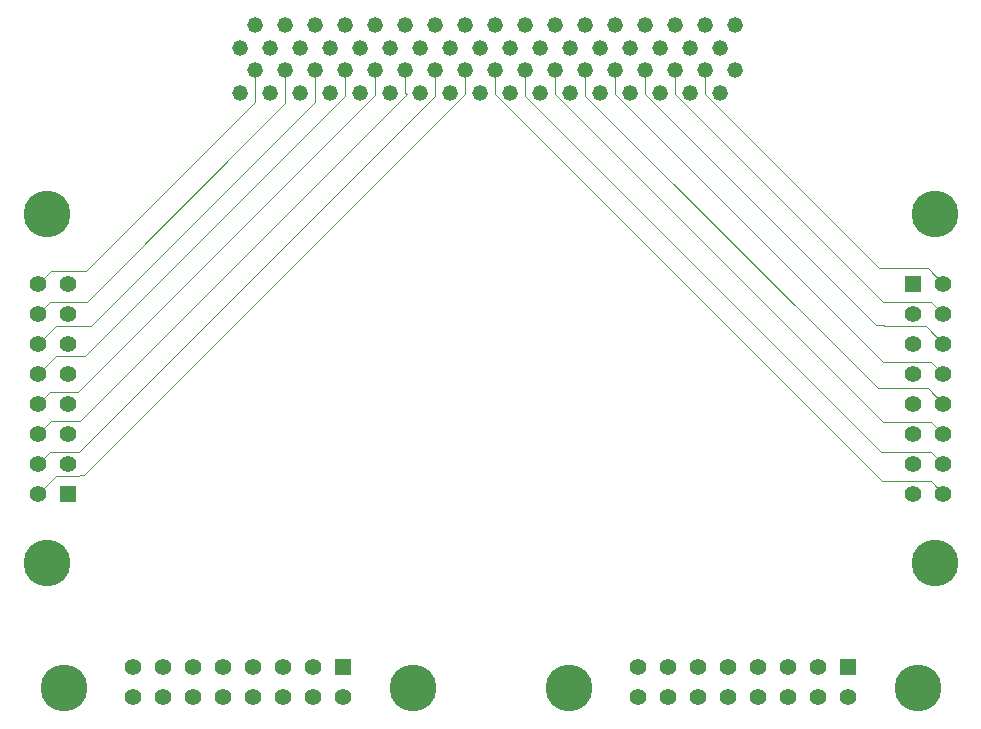
<source format=gbr>
%TF.GenerationSoftware,KiCad,Pcbnew,7.0.5-0*%
%TF.CreationDate,2023-09-20T16:50:09-04:00*%
%TF.ProjectId,patchpanel,70617463-6870-4616-9e65-6c2e6b696361,2.0*%
%TF.SameCoordinates,Original*%
%TF.FileFunction,Copper,L1,Top*%
%TF.FilePolarity,Positive*%
%FSLAX46Y46*%
G04 Gerber Fmt 4.6, Leading zero omitted, Abs format (unit mm)*
G04 Created by KiCad (PCBNEW 7.0.5-0) date 2023-09-20 16:50:09*
%MOMM*%
%LPD*%
G01*
G04 APERTURE LIST*
%TA.AperFunction,ComponentPad*%
%ADD10R,1.397000X1.397000*%
%TD*%
%TA.AperFunction,ComponentPad*%
%ADD11C,1.397000*%
%TD*%
%TA.AperFunction,ComponentPad*%
%ADD12C,3.962400*%
%TD*%
%TA.AperFunction,ComponentPad*%
%ADD13C,1.320800*%
%TD*%
%TA.AperFunction,Conductor*%
%ADD14C,0.068580*%
%TD*%
G04 APERTURE END LIST*
D10*
%TO.P,U1,1,1*%
%TO.N,Net-(J1-Pad29)*%
X64287400Y-101396800D03*
D11*
%TO.P,U1,2,2*%
%TO.N,Net-(J1-Pad31)*%
X61747400Y-101396800D03*
%TO.P,U1,3,3*%
%TO.N,Net-(J1-Pad25)*%
X64287400Y-98856800D03*
%TO.P,U1,4,4*%
%TO.N,Net-(J1-Pad27)*%
X61747400Y-98856800D03*
%TO.P,U1,5,5*%
%TO.N,Net-(J1-Pad21)*%
X64287400Y-96316800D03*
%TO.P,U1,6,6*%
%TO.N,Net-(J1-Pad23)*%
X61747400Y-96316800D03*
%TO.P,U1,7,7*%
%TO.N,Net-(J1-Pad17)*%
X64287400Y-93776800D03*
%TO.P,U1,8,8*%
%TO.N,Net-(J1-Pad19)*%
X61747400Y-93776800D03*
%TO.P,U1,9,9*%
%TO.N,Net-(J1-Pad13)*%
X64287400Y-91236800D03*
%TO.P,U1,10,10*%
%TO.N,Net-(J1-Pad15)*%
X61747400Y-91236800D03*
%TO.P,U1,11,11*%
%TO.N,Net-(J1-Pad9)*%
X64287400Y-88696800D03*
%TO.P,U1,12,12*%
%TO.N,Net-(J1-Pad11)*%
X61747400Y-88696800D03*
%TO.P,U1,13,13*%
%TO.N,Net-(J1-Pad5)*%
X64287400Y-86156800D03*
%TO.P,U1,14,14*%
%TO.N,Net-(J1-Pad7)*%
X61747400Y-86156800D03*
%TO.P,U1,15,15*%
%TO.N,Net-(J1-Pad1)*%
X64287400Y-83616800D03*
%TO.P,U1,16,16*%
%TO.N,Net-(J1-Pad3)*%
X61747400Y-83616800D03*
D12*
%TO.P,U1,17*%
%TO.N,N/C*%
X62484000Y-107289600D03*
%TO.P,U1,18*%
X62484000Y-77724000D03*
%TD*%
D10*
%TO.P,U3,1,1*%
%TO.N,Net-(J1-Pad62)*%
X130352800Y-116052600D03*
D11*
%TO.P,U3,2,2*%
%TO.N,Net-(J1-Pad64)*%
X130352800Y-118592600D03*
%TO.P,U3,3,3*%
%TO.N,Net-(J1-Pad58)*%
X127812800Y-116052600D03*
%TO.P,U3,4,4*%
%TO.N,Net-(J1-Pad60)*%
X127812800Y-118592600D03*
%TO.P,U3,5,5*%
%TO.N,Net-(J1-Pad54)*%
X125272800Y-116052600D03*
%TO.P,U3,6,6*%
%TO.N,Net-(J1-Pad56)*%
X125272800Y-118592600D03*
%TO.P,U3,7,7*%
%TO.N,Net-(J1-Pad50)*%
X122732800Y-116052600D03*
%TO.P,U3,8,8*%
%TO.N,Net-(J1-Pad52)*%
X122732800Y-118592600D03*
%TO.P,U3,9,9*%
%TO.N,Net-(J1-Pad46)*%
X120192800Y-116052600D03*
%TO.P,U3,10,10*%
%TO.N,Net-(J1-Pad48)*%
X120192800Y-118592600D03*
%TO.P,U3,11,11*%
%TO.N,Net-(J1-Pad42)*%
X117652800Y-116052600D03*
%TO.P,U3,12,12*%
%TO.N,Net-(J1-Pad44)*%
X117652800Y-118592600D03*
%TO.P,U3,13,13*%
%TO.N,Net-(J1-Pad38)*%
X115112800Y-116052600D03*
%TO.P,U3,14,14*%
%TO.N,Net-(J1-Pad40)*%
X115112800Y-118592600D03*
%TO.P,U3,15,15*%
%TO.N,Net-(J1-Pad34)*%
X112572800Y-116052600D03*
%TO.P,U3,16,16*%
%TO.N,Net-(J1-Pad36)*%
X112572800Y-118592600D03*
D12*
%TO.P,U3,17*%
%TO.N,N/C*%
X136245600Y-117856000D03*
%TO.P,U3,18*%
X106680000Y-117856000D03*
%TD*%
D10*
%TO.P,U4,1,1*%
%TO.N,Net-(J1-Pad61)*%
X135864600Y-83616800D03*
D11*
%TO.P,U4,2,2*%
%TO.N,Net-(J1-Pad63)*%
X138404600Y-83616800D03*
%TO.P,U4,3,3*%
%TO.N,Net-(J1-Pad57)*%
X135864600Y-86156800D03*
%TO.P,U4,4,4*%
%TO.N,Net-(J1-Pad59)*%
X138404600Y-86156800D03*
%TO.P,U4,5,5*%
%TO.N,Net-(J1-Pad53)*%
X135864600Y-88696800D03*
%TO.P,U4,6,6*%
%TO.N,Net-(J1-Pad55)*%
X138404600Y-88696800D03*
%TO.P,U4,7,7*%
%TO.N,Net-(J1-Pad49)*%
X135864600Y-91236800D03*
%TO.P,U4,8,8*%
%TO.N,Net-(J1-Pad51)*%
X138404600Y-91236800D03*
%TO.P,U4,9,9*%
%TO.N,Net-(J1-Pad45)*%
X135864600Y-93776800D03*
%TO.P,U4,10,10*%
%TO.N,Net-(J1-Pad47)*%
X138404600Y-93776800D03*
%TO.P,U4,11,11*%
%TO.N,Net-(J1-Pad41)*%
X135864600Y-96316800D03*
%TO.P,U4,12,12*%
%TO.N,Net-(J1-Pad43)*%
X138404600Y-96316800D03*
%TO.P,U4,13,13*%
%TO.N,Net-(J1-Pad37)*%
X135864600Y-98856800D03*
%TO.P,U4,14,14*%
%TO.N,Net-(J1-Pad39)*%
X138404600Y-98856800D03*
%TO.P,U4,15,15*%
%TO.N,Net-(J1-Pad33)*%
X135864600Y-101396800D03*
%TO.P,U4,16,16*%
%TO.N,Net-(J1-Pad35)*%
X138404600Y-101396800D03*
D12*
%TO.P,U4,17*%
%TO.N,N/C*%
X137668000Y-77724000D03*
%TO.P,U4,18*%
X137668000Y-107289600D03*
%TD*%
D13*
%TO.P,J1,1,1*%
%TO.N,Net-(J1-Pad1)*%
X78867000Y-67437000D03*
%TO.P,J1,2,2*%
%TO.N,Net-(J1-Pad2)*%
X78867000Y-63627000D03*
%TO.P,J1,3,3*%
%TO.N,Net-(J1-Pad3)*%
X80137000Y-65532000D03*
%TO.P,J1,4,4*%
%TO.N,Net-(J1-Pad4)*%
X80137000Y-61722000D03*
%TO.P,J1,5,5*%
%TO.N,Net-(J1-Pad5)*%
X81407000Y-67437000D03*
%TO.P,J1,6,6*%
%TO.N,Net-(J1-Pad6)*%
X81407000Y-63627000D03*
%TO.P,J1,7,7*%
%TO.N,Net-(J1-Pad7)*%
X82677000Y-65532000D03*
%TO.P,J1,8,8*%
%TO.N,Net-(J1-Pad8)*%
X82677000Y-61722000D03*
%TO.P,J1,9,9*%
%TO.N,Net-(J1-Pad9)*%
X83947000Y-67437000D03*
%TO.P,J1,10,10*%
%TO.N,Net-(J1-Pad10)*%
X83947000Y-63627000D03*
%TO.P,J1,11,11*%
%TO.N,Net-(J1-Pad11)*%
X85217000Y-65532000D03*
%TO.P,J1,12,12*%
%TO.N,Net-(J1-Pad12)*%
X85217000Y-61722000D03*
%TO.P,J1,13,13*%
%TO.N,Net-(J1-Pad13)*%
X86487000Y-67437000D03*
%TO.P,J1,14,14*%
%TO.N,Net-(J1-Pad14)*%
X86487000Y-63627000D03*
%TO.P,J1,15,15*%
%TO.N,Net-(J1-Pad15)*%
X87757000Y-65532000D03*
%TO.P,J1,16,16*%
%TO.N,Net-(J1-Pad16)*%
X87757000Y-61722000D03*
%TO.P,J1,17,17*%
%TO.N,Net-(J1-Pad17)*%
X89027000Y-67437000D03*
%TO.P,J1,18,18*%
%TO.N,Net-(J1-Pad18)*%
X89027000Y-63627000D03*
%TO.P,J1,19,19*%
%TO.N,Net-(J1-Pad19)*%
X90297000Y-65532000D03*
%TO.P,J1,20,20*%
%TO.N,Net-(J1-Pad20)*%
X90297000Y-61722000D03*
%TO.P,J1,21,21*%
%TO.N,Net-(J1-Pad21)*%
X91567000Y-67437000D03*
%TO.P,J1,22,22*%
%TO.N,Net-(J1-Pad22)*%
X91567000Y-63627000D03*
%TO.P,J1,23,23*%
%TO.N,Net-(J1-Pad23)*%
X92837000Y-65532000D03*
%TO.P,J1,24,24*%
%TO.N,Net-(J1-Pad24)*%
X92837000Y-61722000D03*
%TO.P,J1,25,25*%
%TO.N,Net-(J1-Pad25)*%
X94107000Y-67437000D03*
%TO.P,J1,26,26*%
%TO.N,Net-(J1-Pad26)*%
X94107000Y-63627000D03*
%TO.P,J1,27,27*%
%TO.N,Net-(J1-Pad27)*%
X95377000Y-65532000D03*
%TO.P,J1,28,28*%
%TO.N,Net-(J1-Pad28)*%
X95377000Y-61722000D03*
%TO.P,J1,29,29*%
%TO.N,Net-(J1-Pad29)*%
X96647000Y-67437000D03*
%TO.P,J1,30,30*%
%TO.N,Net-(J1-Pad30)*%
X96647000Y-63627000D03*
%TO.P,J1,31,31*%
%TO.N,Net-(J1-Pad31)*%
X97917000Y-65532000D03*
%TO.P,J1,32,32*%
%TO.N,Net-(J1-Pad32)*%
X97917000Y-61722000D03*
%TO.P,J1,33,33*%
%TO.N,Net-(J1-Pad33)*%
X99187000Y-67437000D03*
%TO.P,J1,34,34*%
%TO.N,Net-(J1-Pad34)*%
X99187000Y-63627000D03*
%TO.P,J1,35,35*%
%TO.N,Net-(J1-Pad35)*%
X100457000Y-65532000D03*
%TO.P,J1,36,36*%
%TO.N,Net-(J1-Pad36)*%
X100457000Y-61722000D03*
%TO.P,J1,37,37*%
%TO.N,Net-(J1-Pad37)*%
X101727000Y-67437000D03*
%TO.P,J1,38,38*%
%TO.N,Net-(J1-Pad38)*%
X101727000Y-63627000D03*
%TO.P,J1,39,39*%
%TO.N,Net-(J1-Pad39)*%
X102997000Y-65532000D03*
%TO.P,J1,40,40*%
%TO.N,Net-(J1-Pad40)*%
X102997000Y-61722000D03*
%TO.P,J1,41,41*%
%TO.N,Net-(J1-Pad41)*%
X104267000Y-67437000D03*
%TO.P,J1,42,42*%
%TO.N,Net-(J1-Pad42)*%
X104267000Y-63627000D03*
%TO.P,J1,43,43*%
%TO.N,Net-(J1-Pad43)*%
X105537000Y-65532000D03*
%TO.P,J1,44,44*%
%TO.N,Net-(J1-Pad44)*%
X105537000Y-61722000D03*
%TO.P,J1,45,45*%
%TO.N,Net-(J1-Pad45)*%
X106807000Y-67437000D03*
%TO.P,J1,46,46*%
%TO.N,Net-(J1-Pad46)*%
X106807000Y-63627000D03*
%TO.P,J1,47,47*%
%TO.N,Net-(J1-Pad47)*%
X108077000Y-65532000D03*
%TO.P,J1,48,48*%
%TO.N,Net-(J1-Pad48)*%
X108077000Y-61722000D03*
%TO.P,J1,49,49*%
%TO.N,Net-(J1-Pad49)*%
X109347000Y-67437000D03*
%TO.P,J1,50,50*%
%TO.N,Net-(J1-Pad50)*%
X109347000Y-63627000D03*
%TO.P,J1,51,51*%
%TO.N,Net-(J1-Pad51)*%
X110617000Y-65532000D03*
%TO.P,J1,52,52*%
%TO.N,Net-(J1-Pad52)*%
X110617000Y-61722000D03*
%TO.P,J1,53,53*%
%TO.N,Net-(J1-Pad53)*%
X111887000Y-67437000D03*
%TO.P,J1,54,54*%
%TO.N,Net-(J1-Pad54)*%
X111887000Y-63627000D03*
%TO.P,J1,55,55*%
%TO.N,Net-(J1-Pad55)*%
X113157000Y-65532000D03*
%TO.P,J1,56,56*%
%TO.N,Net-(J1-Pad56)*%
X113157000Y-61722000D03*
%TO.P,J1,57,57*%
%TO.N,Net-(J1-Pad57)*%
X114427000Y-67437000D03*
%TO.P,J1,58,58*%
%TO.N,Net-(J1-Pad58)*%
X114427000Y-63627000D03*
%TO.P,J1,59,59*%
%TO.N,Net-(J1-Pad59)*%
X115697000Y-65532000D03*
%TO.P,J1,60,60*%
%TO.N,Net-(J1-Pad60)*%
X115697000Y-61722000D03*
%TO.P,J1,61,61*%
%TO.N,Net-(J1-Pad61)*%
X116967000Y-67437000D03*
%TO.P,J1,62,62*%
%TO.N,Net-(J1-Pad62)*%
X116967000Y-63627000D03*
%TO.P,J1,63,63*%
%TO.N,Net-(J1-Pad63)*%
X118237000Y-65532000D03*
%TO.P,J1,64,64*%
%TO.N,Net-(J1-Pad64)*%
X118237000Y-61722000D03*
%TO.P,J1,65,65*%
%TO.N,unconnected-(J1-Pad65)*%
X119507000Y-67437000D03*
%TO.P,J1,66,66*%
%TO.N,unconnected-(J1-Pad66)*%
X119507000Y-63627000D03*
%TO.P,J1,67,67*%
%TO.N,unconnected-(J1-Pad67)*%
X120777000Y-65532000D03*
%TO.P,J1,68,68*%
%TO.N,unconnected-(J1-Pad68)*%
X120777000Y-61722000D03*
%TD*%
D10*
%TO.P,U2,1,1*%
%TO.N,Net-(J1-Pad30)*%
X87579200Y-116052600D03*
D11*
%TO.P,U2,2,2*%
%TO.N,Net-(J1-Pad32)*%
X87579200Y-118592600D03*
%TO.P,U2,3,3*%
%TO.N,Net-(J1-Pad26)*%
X85039200Y-116052600D03*
%TO.P,U2,4,4*%
%TO.N,Net-(J1-Pad28)*%
X85039200Y-118592600D03*
%TO.P,U2,5,5*%
%TO.N,Net-(J1-Pad22)*%
X82499200Y-116052600D03*
%TO.P,U2,6,6*%
%TO.N,Net-(J1-Pad24)*%
X82499200Y-118592600D03*
%TO.P,U2,7,7*%
%TO.N,Net-(J1-Pad18)*%
X79959200Y-116052600D03*
%TO.P,U2,8,8*%
%TO.N,Net-(J1-Pad20)*%
X79959200Y-118592600D03*
%TO.P,U2,9,9*%
%TO.N,Net-(J1-Pad14)*%
X77419200Y-116052600D03*
%TO.P,U2,10,10*%
%TO.N,Net-(J1-Pad16)*%
X77419200Y-118592600D03*
%TO.P,U2,11,11*%
%TO.N,Net-(J1-Pad10)*%
X74879200Y-116052600D03*
%TO.P,U2,12,12*%
%TO.N,Net-(J1-Pad12)*%
X74879200Y-118592600D03*
%TO.P,U2,13,13*%
%TO.N,Net-(J1-Pad6)*%
X72339200Y-116052600D03*
%TO.P,U2,14,14*%
%TO.N,Net-(J1-Pad8)*%
X72339200Y-118592600D03*
%TO.P,U2,15,15*%
%TO.N,Net-(J1-Pad2)*%
X69799200Y-116052600D03*
%TO.P,U2,16,16*%
%TO.N,Net-(J1-Pad4)*%
X69799200Y-118592600D03*
D12*
%TO.P,U2,17*%
%TO.N,N/C*%
X93472000Y-117856000D03*
%TO.P,U2,18*%
X63906400Y-117856000D03*
%TD*%
D14*
%TO.N,Net-(J1-Pad3)*%
X62814200Y-82550000D02*
X65786000Y-82550000D01*
X65786000Y-82550000D02*
X80137000Y-68199000D01*
X80137000Y-68199000D02*
X80137000Y-65532000D01*
X61747400Y-83616800D02*
X62814200Y-82550000D01*
%TO.N,Net-(J1-Pad7)*%
X62770900Y-85133300D02*
X65866267Y-85133300D01*
X61747400Y-86156800D02*
X62770900Y-85133300D01*
X65866267Y-85133300D02*
X82677000Y-68322567D01*
X82677000Y-68322567D02*
X82677000Y-65532000D01*
%TO.N,Net-(J1-Pad11)*%
X66235699Y-87180300D02*
X85217000Y-68198999D01*
X85217000Y-68198999D02*
X85217000Y-65532000D01*
X61747400Y-88696800D02*
X63263900Y-87180300D01*
X63263900Y-87180300D02*
X66235699Y-87180300D01*
%TO.N,Net-(J1-Pad15)*%
X61747400Y-91236800D02*
X63263900Y-89720300D01*
X87757000Y-67691000D02*
X87757000Y-65532000D01*
X65727700Y-89720300D02*
X87757000Y-67691000D01*
X63263900Y-89720300D02*
X65727700Y-89720300D01*
%TO.N,Net-(J1-Pad19)*%
X62770900Y-92753300D02*
X65138300Y-92753300D01*
X65138300Y-92753300D02*
X90297000Y-67594600D01*
X90297000Y-67594600D02*
X90297000Y-65532000D01*
X61747400Y-93776800D02*
X62770900Y-92753300D01*
%TO.N,Net-(J1-Pad23)*%
X65278000Y-95250000D02*
X92964000Y-67564000D01*
X92837000Y-67437000D02*
X92837000Y-65532000D01*
X62814200Y-95250000D02*
X65278000Y-95250000D01*
X61747400Y-96316800D02*
X62814200Y-95250000D01*
X92964000Y-67564000D02*
X92837000Y-67437000D01*
%TO.N,Net-(J1-Pad27)*%
X95377000Y-67691000D02*
X95377000Y-65532000D01*
X65234700Y-97833300D02*
X95377000Y-67691000D01*
X62770900Y-97833300D02*
X65234700Y-97833300D01*
X61747400Y-98856800D02*
X62770900Y-97833300D01*
%TO.N,Net-(J1-Pad31)*%
X97917000Y-67560567D02*
X97917000Y-65532000D01*
X61747400Y-101396800D02*
X63263900Y-99880300D01*
X65219700Y-99880300D02*
X65278000Y-99822000D01*
X63263900Y-99880300D02*
X65219700Y-99880300D01*
X65278000Y-99822000D02*
X65655567Y-99822000D01*
X65655567Y-99822000D02*
X97917000Y-67560567D01*
%TO.N,Net-(J1-Pad35)*%
X137337448Y-100329648D02*
X133226081Y-100329648D01*
X100457000Y-67560567D02*
X100457000Y-65532000D01*
X133226081Y-100329648D02*
X100457000Y-67560567D01*
X138404600Y-101396800D02*
X137337448Y-100329648D01*
%TO.N,Net-(J1-Pad39)*%
X137381100Y-97833300D02*
X133139300Y-97833300D01*
X133139300Y-97833300D02*
X102997000Y-67691000D01*
X102997000Y-67691000D02*
X102997000Y-65532000D01*
X138404600Y-98856800D02*
X137381100Y-97833300D01*
%TO.N,Net-(J1-Pad43)*%
X138404600Y-96316800D02*
X137381100Y-95293300D01*
X137381100Y-95293300D02*
X133269733Y-95293300D01*
X133269733Y-95293300D02*
X105537000Y-67560567D01*
X105537000Y-67560567D02*
X105537000Y-65532000D01*
%TO.N,Net-(J1-Pad47)*%
X137083448Y-92455648D02*
X132841648Y-92455648D01*
X132841648Y-92455648D02*
X108077000Y-67691000D01*
X108077000Y-67691000D02*
X108077000Y-65532000D01*
X138404600Y-93776800D02*
X137083448Y-92455648D01*
%TO.N,Net-(J1-Pad51)*%
X138404600Y-91236800D02*
X137381100Y-90213300D01*
X133269733Y-90213300D02*
X110617000Y-67560567D01*
X110617000Y-67560567D02*
X110617000Y-65532000D01*
X137381100Y-90213300D02*
X133269733Y-90213300D01*
%TO.N,Net-(J1-Pad55)*%
X133408300Y-87180300D02*
X133350000Y-87122000D01*
X136888100Y-87180300D02*
X133408300Y-87180300D01*
X138404600Y-88696800D02*
X136888100Y-87180300D01*
X113157000Y-67560567D02*
X113157000Y-65532000D01*
X133350000Y-87122000D02*
X132718433Y-87122000D01*
X132718433Y-87122000D02*
X113157000Y-67560567D01*
%TO.N,Net-(J1-Pad59)*%
X138404600Y-86156800D02*
X137381100Y-85133300D01*
X137381100Y-85133300D02*
X133269733Y-85133300D01*
X133269733Y-85133300D02*
X115697000Y-67560567D01*
X115697000Y-67560567D02*
X115697000Y-65532000D01*
%TO.N,Net-(J1-Pad63)*%
X118237000Y-67560567D02*
X118237000Y-65532000D01*
X132972433Y-82296000D02*
X118237000Y-67560567D01*
X137083800Y-82296000D02*
X132972433Y-82296000D01*
X138404600Y-83616800D02*
X137083800Y-82296000D01*
%TD*%
M02*

</source>
